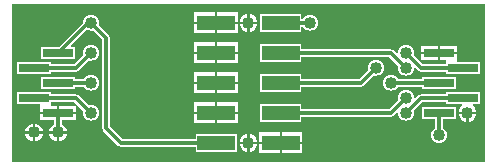
<source format=gbl>
%FSLAX24Y24*%
%MOIN*%
G70*
G01*
G75*
G04 Layer_Physical_Order=2*
G04 Layer_Color=16711680*
%ADD10R,0.1000X0.0291*%
%ADD11R,0.1250X0.0500*%
%ADD12C,0.0120*%
%ADD13C,0.0400*%
G36*
X7888Y-2638D02*
X-7888D01*
Y2638D01*
X7888D01*
Y-2638D01*
D02*
G37*
%LPC*%
G36*
X-5750Y-1040D02*
X-6950D01*
Y-1246D01*
X-6473D01*
Y-1376D01*
X-6501Y-1388D01*
X-6564Y-1436D01*
X-6612Y-1499D01*
X-6642Y-1572D01*
X-6647Y-1610D01*
X-6053D01*
X-6058Y-1572D01*
X-6088Y-1499D01*
X-6136Y-1436D01*
X-6199Y-1388D01*
X-6228Y-1376D01*
Y-1246D01*
X-5750D01*
Y-1040D01*
D02*
G37*
G36*
X-1115D02*
X-1800D01*
Y-1350D01*
X-1115D01*
Y-1040D01*
D02*
G37*
G36*
X-350D02*
X-1035D01*
Y-1350D01*
X-350D01*
Y-1040D01*
D02*
G37*
G36*
X-6053Y-1690D02*
X-6310D01*
Y-1947D01*
X-6272Y-1942D01*
X-6199Y-1912D01*
X-6136Y-1864D01*
X-6088Y-1801D01*
X-6058Y-1728D01*
X-6053Y-1690D01*
D02*
G37*
G36*
X-7190Y-1353D02*
X-7228Y-1358D01*
X-7301Y-1388D01*
X-7364Y-1436D01*
X-7412Y-1499D01*
X-7442Y-1572D01*
X-7447Y-1610D01*
X-7190D01*
Y-1353D01*
D02*
G37*
G36*
X-7110D02*
Y-1610D01*
X-6853D01*
X-6858Y-1572D01*
X-6888Y-1499D01*
X-6936Y-1436D01*
X-6999Y-1388D01*
X-7072Y-1358D01*
X-7110Y-1353D01*
D02*
G37*
G36*
X-5750Y-754D02*
X-6310D01*
Y-960D01*
X-5750D01*
Y-754D01*
D02*
G37*
G36*
X-1115Y-650D02*
X-1800D01*
Y-960D01*
X-1115D01*
Y-650D01*
D02*
G37*
G36*
X-350D02*
X-1035D01*
Y-960D01*
X-350D01*
Y-650D01*
D02*
G37*
G36*
X7260Y-1040D02*
X7003D01*
X7008Y-1078D01*
X7038Y-1151D01*
X7086Y-1214D01*
X7149Y-1262D01*
X7222Y-1292D01*
X7260Y-1297D01*
Y-1040D01*
D02*
G37*
G36*
X7597D02*
X7340D01*
Y-1297D01*
X7378Y-1292D01*
X7451Y-1262D01*
X7514Y-1214D01*
X7562Y-1151D01*
X7592Y-1078D01*
X7597Y-1040D01*
D02*
G37*
G36*
X-6590Y-294D02*
X-7710D01*
Y-706D01*
X-6950D01*
Y-754D01*
X-6950D01*
Y-960D01*
X-6390D01*
Y-754D01*
X-6590D01*
Y-706D01*
X-6590D01*
Y-622D01*
X-5801D01*
X-5500Y-923D01*
X-5503Y-932D01*
X-5512Y-1000D01*
X-5503Y-1068D01*
X-5477Y-1131D01*
X-5435Y-1185D01*
X-5381Y-1227D01*
X-5318Y-1253D01*
X-5250Y-1262D01*
X-5182Y-1253D01*
X-5119Y-1227D01*
X-5065Y-1185D01*
X-5023Y-1131D01*
X-4997Y-1068D01*
X-4988Y-1000D01*
X-4997Y-932D01*
X-5023Y-869D01*
X-5065Y-815D01*
X-5119Y-773D01*
X-5182Y-747D01*
X-5250Y-738D01*
X-5318Y-747D01*
X-5327Y-750D01*
X-5663Y-413D01*
X-5703Y-387D01*
X-5750Y-378D01*
X-6590D01*
Y-294D01*
D02*
G37*
G36*
X-6390Y-1690D02*
X-6647D01*
X-6642Y-1728D01*
X-6612Y-1801D01*
X-6564Y-1864D01*
X-6501Y-1912D01*
X-6428Y-1942D01*
X-6390Y-1947D01*
Y-1690D01*
D02*
G37*
G36*
X-40Y-2040D02*
X-297D01*
X-292Y-2078D01*
X-262Y-2151D01*
X-214Y-2214D01*
X-151Y-2262D01*
X-78Y-2292D01*
X-40Y-2297D01*
Y-2040D01*
D02*
G37*
G36*
X297D02*
X40D01*
Y-2297D01*
X78Y-2292D01*
X151Y-2262D01*
X214Y-2214D01*
X262Y-2151D01*
X292Y-2078D01*
X297Y-2040D01*
D02*
G37*
G36*
X6910Y-794D02*
X5790D01*
Y-1206D01*
X6228D01*
Y-1519D01*
X6219Y-1523D01*
X6165Y-1564D01*
X6123Y-1618D01*
X6097Y-1682D01*
X6088Y-1750D01*
X6097Y-1817D01*
X6123Y-1881D01*
X6165Y-1935D01*
X6219Y-1977D01*
X6283Y-2003D01*
X6350Y-2012D01*
X6418Y-2003D01*
X6482Y-1977D01*
X6536Y-1935D01*
X6578Y-1881D01*
X6604Y-1817D01*
X6613Y-1750D01*
X6604Y-1682D01*
X6578Y-1618D01*
X6536Y-1564D01*
X6482Y-1523D01*
X6473Y-1519D01*
Y-1206D01*
X6910D01*
Y-794D01*
D02*
G37*
G36*
X1035Y-2040D02*
X350D01*
Y-2350D01*
X1035D01*
Y-2040D01*
D02*
G37*
G36*
X1800D02*
X1115D01*
Y-2350D01*
X1800D01*
Y-2040D01*
D02*
G37*
G36*
X-5250Y2262D02*
X-5318Y2253D01*
X-5381Y2227D01*
X-5435Y2185D01*
X-5477Y2131D01*
X-5503Y2068D01*
X-5511Y2013D01*
X-6318Y1206D01*
X-6910D01*
Y794D01*
X-5790D01*
Y1206D01*
X-5906D01*
X-5925Y1252D01*
X-5394Y1783D01*
X-5381Y1773D01*
X-5318Y1747D01*
X-5250Y1738D01*
X-5182Y1747D01*
X-5173Y1750D01*
X-4872Y1449D01*
Y-1500D01*
X-4863Y-1547D01*
X-4837Y-1587D01*
X-4337Y-2087D01*
X-4297Y-2113D01*
X-4250Y-2122D01*
X-1760D01*
Y-2310D01*
X-390D01*
Y-1690D01*
X-1760D01*
Y-1878D01*
X-4199D01*
X-4628Y-1449D01*
Y1500D01*
X-4637Y1547D01*
X-4663Y1587D01*
X-5000Y1923D01*
X-4997Y1932D01*
X-4988Y2000D01*
X-4997Y2068D01*
X-5023Y2131D01*
X-5065Y2185D01*
X-5119Y2227D01*
X-5182Y2253D01*
X-5250Y2262D01*
D02*
G37*
G36*
X1800Y-1650D02*
X1115D01*
Y-1960D01*
X1800D01*
Y-1650D01*
D02*
G37*
G36*
X-7190Y-1690D02*
X-7447D01*
X-7442Y-1728D01*
X-7412Y-1801D01*
X-7364Y-1864D01*
X-7301Y-1912D01*
X-7228Y-1942D01*
X-7190Y-1947D01*
Y-1690D01*
D02*
G37*
G36*
X-6853D02*
X-7110D01*
Y-1947D01*
X-7072Y-1942D01*
X-6999Y-1912D01*
X-6936Y-1864D01*
X-6888Y-1801D01*
X-6858Y-1728D01*
X-6853Y-1690D01*
D02*
G37*
G36*
X-40Y-1703D02*
X-78Y-1708D01*
X-151Y-1738D01*
X-214Y-1786D01*
X-262Y-1849D01*
X-292Y-1922D01*
X-297Y-1960D01*
X-40D01*
Y-1703D01*
D02*
G37*
G36*
X40D02*
Y-1960D01*
X297D01*
X292Y-1922D01*
X262Y-1849D01*
X214Y-1786D01*
X151Y-1738D01*
X78Y-1708D01*
X40Y-1703D01*
D02*
G37*
G36*
X1035Y-1650D02*
X350D01*
Y-1960D01*
X1035D01*
Y-1650D01*
D02*
G37*
G36*
X6950Y1246D02*
X6390D01*
Y1040D01*
X6950D01*
Y1246D01*
D02*
G37*
G36*
X-1115Y1960D02*
X-1800D01*
Y1650D01*
X-1115D01*
Y1960D01*
D02*
G37*
G36*
X-350D02*
X-1035D01*
Y1650D01*
X-350D01*
Y1960D01*
D02*
G37*
G36*
X-1115Y1350D02*
X-1800D01*
Y1040D01*
X-1115D01*
Y1350D01*
D02*
G37*
G36*
X-350D02*
X-1035D01*
Y1040D01*
X-350D01*
Y1350D01*
D02*
G37*
G36*
X6310Y1246D02*
X5750D01*
Y1040D01*
X6310D01*
Y1246D01*
D02*
G37*
G36*
X-40Y1960D02*
X-297D01*
X-292Y1922D01*
X-262Y1849D01*
X-214Y1786D01*
X-151Y1738D01*
X-78Y1708D01*
X-40Y1703D01*
Y1960D01*
D02*
G37*
G36*
X-350Y2350D02*
X-1035D01*
Y2040D01*
X-350D01*
Y2350D01*
D02*
G37*
G36*
X-40Y2297D02*
X-78Y2292D01*
X-151Y2262D01*
X-214Y2214D01*
X-262Y2151D01*
X-292Y2078D01*
X-297Y2040D01*
X-40D01*
Y2297D01*
D02*
G37*
G36*
X40D02*
Y2040D01*
X297D01*
X292Y2078D01*
X262Y2151D01*
X214Y2214D01*
X151Y2262D01*
X78Y2292D01*
X40Y2297D01*
D02*
G37*
G36*
X297Y1960D02*
X40D01*
Y1703D01*
X78Y1708D01*
X151Y1738D01*
X214Y1786D01*
X262Y1849D01*
X292Y1922D01*
X297Y1960D01*
D02*
G37*
G36*
X1760Y2310D02*
X390D01*
Y1690D01*
X1760D01*
Y1878D01*
X1819D01*
X1823Y1869D01*
X1865Y1815D01*
X1919Y1773D01*
X1982Y1747D01*
X2050Y1738D01*
X2118Y1747D01*
X2181Y1773D01*
X2235Y1815D01*
X2277Y1869D01*
X2303Y1932D01*
X2312Y2000D01*
X2303Y2068D01*
X2277Y2131D01*
X2235Y2185D01*
X2181Y2227D01*
X2118Y2253D01*
X2050Y2262D01*
X1982Y2253D01*
X1919Y2227D01*
X1865Y2185D01*
X1823Y2131D01*
X1819Y2122D01*
X1760D01*
Y2310D01*
D02*
G37*
G36*
X-1115Y2350D02*
X-1800D01*
Y2040D01*
X-1115D01*
Y2350D01*
D02*
G37*
G36*
X4750Y262D02*
X4682Y253D01*
X4619Y227D01*
X4565Y185D01*
X4523Y131D01*
X4497Y68D01*
X4488Y0D01*
X4497Y-68D01*
X4523Y-131D01*
X4565Y-185D01*
X4619Y-227D01*
X4682Y-253D01*
X4750Y-262D01*
X4818Y-253D01*
X4881Y-227D01*
X4935Y-185D01*
X4977Y-131D01*
X4981Y-122D01*
X5790D01*
Y-206D01*
X6910D01*
Y206D01*
X5790D01*
Y122D01*
X4981D01*
X4977Y131D01*
X4935Y185D01*
X4881Y227D01*
X4818Y253D01*
X4750Y262D01*
D02*
G37*
G36*
X-1115Y350D02*
X-1800D01*
Y40D01*
X-1115D01*
Y350D01*
D02*
G37*
G36*
X-350D02*
X-1035D01*
Y40D01*
X-350D01*
Y350D01*
D02*
G37*
G36*
X5250Y-238D02*
X5182Y-247D01*
X5119Y-273D01*
X5065Y-315D01*
X5023Y-369D01*
X4997Y-432D01*
X4988Y-500D01*
X4997Y-568D01*
X5000Y-577D01*
X4699Y-878D01*
X1760D01*
Y-690D01*
X390D01*
Y-1310D01*
X1760D01*
Y-1122D01*
X4750D01*
X4797Y-1113D01*
X4837Y-1087D01*
X4931Y-992D01*
X4988Y-1000D01*
X4997Y-1068D01*
X5023Y-1131D01*
X5065Y-1185D01*
X5119Y-1227D01*
X5182Y-1253D01*
X5250Y-1262D01*
X5318Y-1253D01*
X5381Y-1227D01*
X5435Y-1185D01*
X5477Y-1131D01*
X5503Y-1068D01*
X5512Y-1000D01*
X5503Y-932D01*
X5500Y-923D01*
X5801Y-622D01*
X6590D01*
Y-706D01*
X7113D01*
X7129Y-753D01*
X7086Y-786D01*
X7038Y-849D01*
X7008Y-922D01*
X7003Y-960D01*
X7597D01*
X7592Y-922D01*
X7562Y-849D01*
X7514Y-786D01*
X7471Y-753D01*
X7487Y-706D01*
X7710D01*
Y-294D01*
X6590D01*
Y-378D01*
X5750D01*
X5703Y-387D01*
X5663Y-413D01*
X5569Y-508D01*
X5512Y-500D01*
X5503Y-432D01*
X5477Y-369D01*
X5435Y-315D01*
X5381Y-273D01*
X5318Y-247D01*
X5250Y-238D01*
D02*
G37*
G36*
X-1115Y-40D02*
X-1800D01*
Y-350D01*
X-1115D01*
Y-40D01*
D02*
G37*
G36*
X-350D02*
X-1035D01*
Y-350D01*
X-350D01*
Y-40D01*
D02*
G37*
G36*
X-5250Y262D02*
X-5318Y253D01*
X-5381Y227D01*
X-5435Y185D01*
X-5477Y131D01*
X-5481Y122D01*
X-5790D01*
Y206D01*
X-6910D01*
Y-206D01*
X-5790D01*
Y-122D01*
X-5481D01*
X-5477Y-131D01*
X-5435Y-185D01*
X-5381Y-227D01*
X-5318Y-253D01*
X-5250Y-262D01*
X-5182Y-253D01*
X-5119Y-227D01*
X-5065Y-185D01*
X-5023Y-131D01*
X-4997Y-68D01*
X-4988Y0D01*
X-4997Y68D01*
X-5023Y131D01*
X-5065Y185D01*
X-5119Y227D01*
X-5182Y253D01*
X-5250Y262D01*
D02*
G37*
G36*
X-350Y960D02*
X-1035D01*
Y650D01*
X-350D01*
Y960D01*
D02*
G37*
G36*
X-5250Y1262D02*
X-5318Y1253D01*
X-5381Y1227D01*
X-5435Y1185D01*
X-5477Y1131D01*
X-5503Y1068D01*
X-5512Y1000D01*
X-5503Y932D01*
X-5500Y923D01*
X-5801Y622D01*
X-6590D01*
Y706D01*
X-7710D01*
Y294D01*
X-6590D01*
Y378D01*
X-5750D01*
X-5703Y387D01*
X-5663Y413D01*
X-5327Y750D01*
X-5318Y747D01*
X-5250Y738D01*
X-5182Y747D01*
X-5119Y773D01*
X-5065Y815D01*
X-5023Y869D01*
X-4997Y932D01*
X-4988Y1000D01*
X-4997Y1068D01*
X-5023Y1131D01*
X-5065Y1185D01*
X-5119Y1227D01*
X-5182Y1253D01*
X-5250Y1262D01*
D02*
G37*
G36*
X6310Y960D02*
X5750D01*
Y754D01*
X6310D01*
Y960D01*
D02*
G37*
G36*
X4250Y762D02*
X4182Y753D01*
X4119Y727D01*
X4065Y685D01*
X4023Y631D01*
X3997Y568D01*
X3988Y500D01*
X3997Y432D01*
X4000Y423D01*
X3699Y122D01*
X1760D01*
Y310D01*
X390D01*
Y-310D01*
X1760D01*
Y-122D01*
X3750D01*
X3797Y-113D01*
X3837Y-87D01*
X4173Y250D01*
X4182Y247D01*
X4250Y238D01*
X4318Y247D01*
X4381Y273D01*
X4435Y315D01*
X4477Y369D01*
X4503Y432D01*
X4512Y500D01*
X4503Y568D01*
X4477Y631D01*
X4435Y685D01*
X4381Y727D01*
X4318Y753D01*
X4250Y762D01*
D02*
G37*
G36*
X1760Y1310D02*
X390D01*
Y690D01*
X1760D01*
Y878D01*
X4699D01*
X5000Y577D01*
X4997Y568D01*
X4988Y500D01*
X4997Y432D01*
X5023Y369D01*
X5065Y315D01*
X5119Y273D01*
X5182Y247D01*
X5250Y238D01*
X5318Y247D01*
X5381Y273D01*
X5435Y315D01*
X5477Y369D01*
X5503Y432D01*
X5512Y500D01*
X5569Y508D01*
X5663Y413D01*
X5703Y387D01*
X5750Y378D01*
X6590D01*
Y294D01*
X7710D01*
Y706D01*
X6950D01*
Y754D01*
X6950D01*
Y960D01*
X6390D01*
Y754D01*
X6590D01*
Y706D01*
X6590D01*
Y622D01*
X5801D01*
X5500Y923D01*
X5503Y932D01*
X5512Y1000D01*
X5503Y1068D01*
X5477Y1131D01*
X5435Y1185D01*
X5381Y1227D01*
X5318Y1253D01*
X5250Y1262D01*
X5182Y1253D01*
X5119Y1227D01*
X5065Y1185D01*
X5023Y1131D01*
X4997Y1068D01*
X4988Y1000D01*
X4931Y992D01*
X4837Y1087D01*
X4797Y1113D01*
X4750Y1122D01*
X1760D01*
Y1310D01*
D02*
G37*
G36*
X-1115Y960D02*
X-1800D01*
Y650D01*
X-1115D01*
Y960D01*
D02*
G37*
%LPD*%
D10*
X-6350Y1000D02*
D03*
X-7150Y500D02*
D03*
X-6350Y0D02*
D03*
X-7150Y-500D02*
D03*
X-6350Y-1000D02*
D03*
X6350D02*
D03*
X7150Y-500D02*
D03*
X6350Y0D02*
D03*
X7150Y500D02*
D03*
X6350Y1000D02*
D03*
D11*
X1075Y-2000D02*
D03*
Y-1000D02*
D03*
Y0D02*
D03*
Y1000D02*
D03*
Y2000D02*
D03*
X-1075Y-2000D02*
D03*
Y-1000D02*
D03*
Y0D02*
D03*
Y1000D02*
D03*
Y2000D02*
D03*
D12*
X-7150Y500D02*
X-5750D01*
X-5250Y1000D01*
X-6350Y0D02*
X-5250D01*
X-7150Y-500D02*
X-5750D01*
X-5250Y-1000D01*
X-6350Y1000D02*
X-5350Y2000D01*
X-5250D01*
X5750Y-500D02*
X7150D01*
X5250Y-1000D02*
X5750Y-500D01*
Y500D02*
X7150D01*
X5250Y1000D02*
X5750Y500D01*
X6350Y-1750D02*
Y-1000D01*
X-6350Y-1650D02*
Y-1000D01*
Y-1650D02*
X-6350Y-1650D01*
X1075Y1000D02*
X4750D01*
X5250Y500D01*
X4750Y-1000D02*
X5250Y-500D01*
X1000Y-1000D02*
X4750D01*
Y0D02*
X6350D01*
X3750D02*
X4250Y500D01*
X1075Y0D02*
X3750D01*
X1075Y2000D02*
X2050D01*
X-4250Y-2000D02*
X-1075D01*
X-4750Y-1500D02*
X-4250Y-2000D01*
X-4750Y-1500D02*
Y1500D01*
X-5250Y2000D02*
X-4750Y1500D01*
D13*
X7300Y-1000D02*
D03*
X-5250Y1000D02*
D03*
Y0D02*
D03*
Y-1000D02*
D03*
Y2000D02*
D03*
X5250Y-1000D02*
D03*
Y1000D02*
D03*
X6350Y-1750D02*
D03*
X0Y2000D02*
D03*
Y-2000D02*
D03*
X-6350Y-1650D02*
D03*
X-7150D02*
D03*
X5250Y500D02*
D03*
Y-500D02*
D03*
X4750Y0D02*
D03*
X4250Y500D02*
D03*
X2050Y2000D02*
D03*
M02*

</source>
